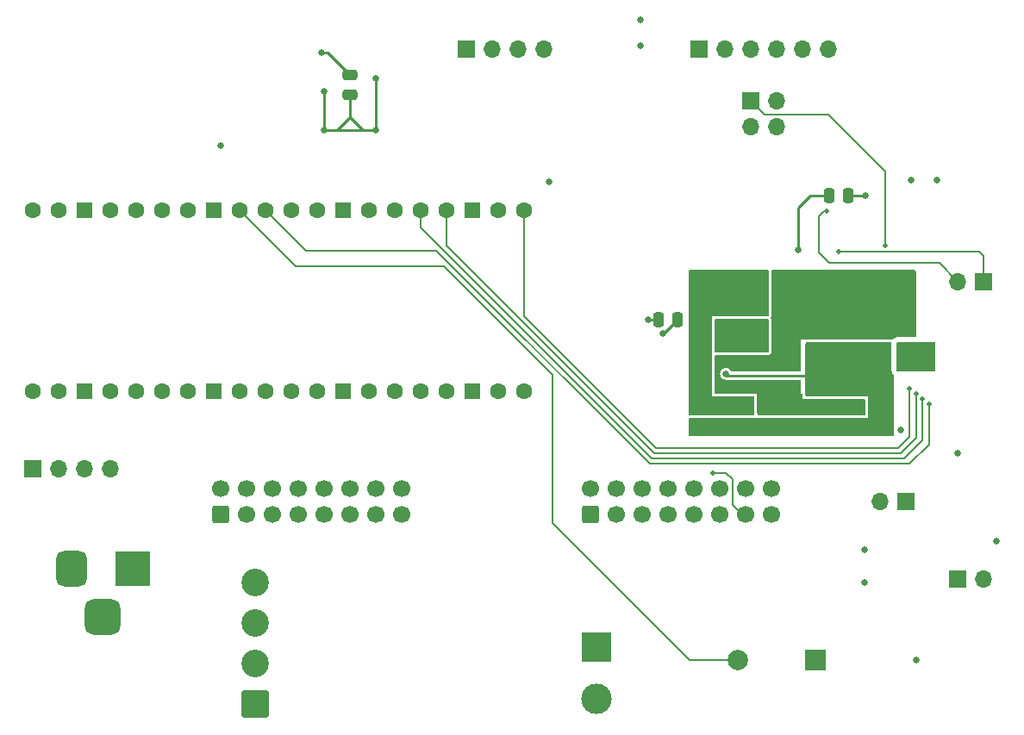
<source format=gbr>
%TF.GenerationSoftware,KiCad,Pcbnew,7.0.11-7.0.11~ubuntu20.04.1*%
%TF.CreationDate,2024-03-20T21:38:14+00:00*%
%TF.ProjectId,MDFPGA,4d444650-4741-42e6-9b69-6361645f7063,rev?*%
%TF.SameCoordinates,Original*%
%TF.FileFunction,Copper,L4,Bot*%
%TF.FilePolarity,Positive*%
%FSLAX46Y46*%
G04 Gerber Fmt 4.6, Leading zero omitted, Abs format (unit mm)*
G04 Created by KiCad (PCBNEW 7.0.11-7.0.11~ubuntu20.04.1) date 2024-03-20 21:38:14*
%MOMM*%
%LPD*%
G01*
G04 APERTURE LIST*
G04 Aperture macros list*
%AMRoundRect*
0 Rectangle with rounded corners*
0 $1 Rounding radius*
0 $2 $3 $4 $5 $6 $7 $8 $9 X,Y pos of 4 corners*
0 Add a 4 corners polygon primitive as box body*
4,1,4,$2,$3,$4,$5,$6,$7,$8,$9,$2,$3,0*
0 Add four circle primitives for the rounded corners*
1,1,$1+$1,$2,$3*
1,1,$1+$1,$4,$5*
1,1,$1+$1,$6,$7*
1,1,$1+$1,$8,$9*
0 Add four rect primitives between the rounded corners*
20,1,$1+$1,$2,$3,$4,$5,0*
20,1,$1+$1,$4,$5,$6,$7,0*
20,1,$1+$1,$6,$7,$8,$9,0*
20,1,$1+$1,$8,$9,$2,$3,0*%
G04 Aperture macros list end*
%TA.AperFunction,ComponentPad*%
%ADD10R,1.700000X1.700000*%
%TD*%
%TA.AperFunction,ComponentPad*%
%ADD11O,1.700000X1.700000*%
%TD*%
%TA.AperFunction,ComponentPad*%
%ADD12C,1.600000*%
%TD*%
%TA.AperFunction,ComponentPad*%
%ADD13RoundRect,0.200000X0.600000X-0.600000X0.600000X0.600000X-0.600000X0.600000X-0.600000X-0.600000X0*%
%TD*%
%TA.AperFunction,ComponentPad*%
%ADD14R,3.000000X3.000000*%
%TD*%
%TA.AperFunction,ComponentPad*%
%ADD15C,3.000000*%
%TD*%
%TA.AperFunction,ComponentPad*%
%ADD16R,2.000000X2.000000*%
%TD*%
%TA.AperFunction,ComponentPad*%
%ADD17C,2.000000*%
%TD*%
%TA.AperFunction,ComponentPad*%
%ADD18RoundRect,0.250000X0.600000X-0.600000X0.600000X0.600000X-0.600000X0.600000X-0.600000X-0.600000X0*%
%TD*%
%TA.AperFunction,ComponentPad*%
%ADD19C,1.700000*%
%TD*%
%TA.AperFunction,ComponentPad*%
%ADD20RoundRect,0.250001X1.099999X-1.099999X1.099999X1.099999X-1.099999X1.099999X-1.099999X-1.099999X0*%
%TD*%
%TA.AperFunction,ComponentPad*%
%ADD21C,2.700000*%
%TD*%
%TA.AperFunction,ComponentPad*%
%ADD22R,3.500000X3.500000*%
%TD*%
%TA.AperFunction,ComponentPad*%
%ADD23RoundRect,0.750000X-0.750000X-1.000000X0.750000X-1.000000X0.750000X1.000000X-0.750000X1.000000X0*%
%TD*%
%TA.AperFunction,ComponentPad*%
%ADD24RoundRect,0.875000X-0.875000X-0.875000X0.875000X-0.875000X0.875000X0.875000X-0.875000X0.875000X0*%
%TD*%
%TA.AperFunction,SMDPad,CuDef*%
%ADD25RoundRect,0.250000X-0.250000X-0.475000X0.250000X-0.475000X0.250000X0.475000X-0.250000X0.475000X0*%
%TD*%
%TA.AperFunction,SMDPad,CuDef*%
%ADD26RoundRect,0.250000X0.475000X-0.250000X0.475000X0.250000X-0.475000X0.250000X-0.475000X-0.250000X0*%
%TD*%
%TA.AperFunction,SMDPad,CuDef*%
%ADD27RoundRect,0.250000X-0.475000X0.250000X-0.475000X-0.250000X0.475000X-0.250000X0.475000X0.250000X0*%
%TD*%
%TA.AperFunction,SMDPad,CuDef*%
%ADD28RoundRect,0.250000X0.425000X-0.450000X0.425000X0.450000X-0.425000X0.450000X-0.425000X-0.450000X0*%
%TD*%
%TA.AperFunction,SMDPad,CuDef*%
%ADD29RoundRect,0.225000X0.225000X0.375000X-0.225000X0.375000X-0.225000X-0.375000X0.225000X-0.375000X0*%
%TD*%
%TA.AperFunction,SMDPad,CuDef*%
%ADD30RoundRect,0.250000X0.250000X0.475000X-0.250000X0.475000X-0.250000X-0.475000X0.250000X-0.475000X0*%
%TD*%
%TA.AperFunction,ViaPad*%
%ADD31C,0.635000*%
%TD*%
%TA.AperFunction,ViaPad*%
%ADD32C,0.508000*%
%TD*%
%TA.AperFunction,Conductor*%
%ADD33C,0.254000*%
%TD*%
%TA.AperFunction,Conductor*%
%ADD34C,0.190500*%
%TD*%
G04 APERTURE END LIST*
D10*
%TO.P,J11,1,Pin_1*%
%TO.N,Net-(D3-K)*%
X87630000Y-49530000D03*
D11*
%TO.P,J11,2,Pin_2*%
%TO.N,/FPGA/CDONE*%
X85090000Y-49530000D03*
%TD*%
D10*
%TO.P,J10,1,Pin_1*%
%TO.N,/FPGA/~{CRESET_B}*%
X92710000Y-57150000D03*
D11*
%TO.P,J10,2,Pin_2*%
%TO.N,GND*%
X95250000Y-57150000D03*
%TD*%
D12*
%TO.P,A1,1,GP0*%
%TO.N,/UART0_TX*%
X1905000Y-38735000D03*
%TO.P,A1,2,GP1*%
%TO.N,/UART0_RX*%
X4445000Y-38735000D03*
D13*
%TO.P,A1,3,GND*%
%TO.N,GND*%
X6985000Y-38735000D03*
D12*
%TO.P,A1,4,GP2*%
%TO.N,/RED1*%
X9525000Y-38735000D03*
%TO.P,A1,5,GP3*%
%TO.N,/GREEN1*%
X12065000Y-38735000D03*
%TO.P,A1,6,GP4*%
%TO.N,/BLUE1*%
X14605000Y-38735000D03*
%TO.P,A1,7,GP5*%
%TO.N,/RED2*%
X17145000Y-38735000D03*
D13*
%TO.P,A1,8,GND*%
%TO.N,GND*%
X19685000Y-38735000D03*
D12*
%TO.P,A1,9,GP6*%
%TO.N,/GREEN2*%
X22225000Y-38735000D03*
%TO.P,A1,10,GP7*%
%TO.N,/BLUE2*%
X24765000Y-38735000D03*
%TO.P,A1,11,GP8*%
%TO.N,/ADDRA*%
X27305000Y-38735000D03*
%TO.P,A1,12,GP9*%
%TO.N,/ADDRB*%
X29845000Y-38735000D03*
D13*
%TO.P,A1,13,GND*%
%TO.N,GND*%
X32385000Y-38735000D03*
D12*
%TO.P,A1,14,GP10*%
%TO.N,/ADDRC*%
X34925000Y-38735000D03*
%TO.P,A1,15,GP11*%
%TO.N,/ADDRD*%
X37465000Y-38735000D03*
%TO.P,A1,16,GP12*%
%TO.N,unconnected-(A1-GP12-Pad16)*%
X40005000Y-38693119D03*
%TO.P,A1,17,GP13*%
%TO.N,/CLK*%
X42545000Y-38735000D03*
D13*
%TO.P,A1,18,GND*%
%TO.N,GND*%
X45085000Y-38735000D03*
D12*
%TO.P,A1,19,GP14*%
%TO.N,/LATCH*%
X47625000Y-38735000D03*
%TO.P,A1,20,GP15*%
%TO.N,/OE*%
X50165000Y-38735000D03*
%TO.P,A1,21,GP16*%
%TO.N,CTRL_MISO*%
X50165000Y-20955000D03*
%TO.P,A1,22,GP17*%
%TO.N,~{CTRL_SS}*%
X47625000Y-20955000D03*
D13*
%TO.P,A1,23,GND*%
%TO.N,GND*%
X45085000Y-20955000D03*
D12*
%TO.P,A1,24,GP18*%
%TO.N,CTRL_CLK*%
X42545000Y-20955000D03*
%TO.P,A1,25,GP19*%
%TO.N,CTRL_MOSI*%
X40005000Y-20955000D03*
%TO.P,A1,26,GP20*%
%TO.N,/SDA*%
X37465000Y-20955000D03*
%TO.P,A1,27,GP21*%
%TO.N,/SCL*%
X34925000Y-20955000D03*
D13*
%TO.P,A1,28,GND*%
%TO.N,GND*%
X32385000Y-20955000D03*
D12*
%TO.P,A1,29,GP22*%
%TO.N,/RTCSQWAVE*%
X29845000Y-20955000D03*
%TO.P,A1,30,RUN*%
%TO.N,unconnected-(A1-RUN-Pad30)*%
X27305000Y-20955000D03*
%TO.P,A1,31,GP26*%
%TO.N,~{CTRL_RESET}*%
X24765000Y-20955000D03*
%TO.P,A1,32,GP27*%
%TO.N,/BUZZER*%
X22225000Y-20955000D03*
D13*
%TO.P,A1,33,AGND*%
%TO.N,GND*%
X19685000Y-20955000D03*
D12*
%TO.P,A1,34,GP28*%
%TO.N,unconnected-(A1-GP28-Pad34)*%
X17145000Y-20955000D03*
%TO.P,A1,35,ADC_VREF*%
%TO.N,unconnected-(A1-ADC_VREF-Pad35)*%
X14605000Y-20955000D03*
%TO.P,A1,36,3V3_OUT*%
%TO.N,+3V3*%
X12065000Y-20955000D03*
%TO.P,A1,37,3V3_EN*%
%TO.N,unconnected-(A1-3V3_EN-Pad37)*%
X9525000Y-20955000D03*
D13*
%TO.P,A1,38,GND*%
%TO.N,GND*%
X6985000Y-20955000D03*
D12*
%TO.P,A1,39,VSYS*%
%TO.N,unconnected-(A1-VSYS-Pad39)*%
X4445000Y-20955000D03*
%TO.P,A1,40,VBUS*%
%TO.N,+5V*%
X1905000Y-20955000D03*
%TD*%
D10*
%TO.P,J1,1,Pin_1*%
%TO.N,+3V3*%
X67310000Y-5080000D03*
D11*
%TO.P,J1,2,Pin_2*%
%TO.N,/FPGA/FLASH_MOSI*%
X69850000Y-5080000D03*
%TO.P,J1,3,Pin_3*%
%TO.N,/FPGA/FLASH_MISO*%
X72390000Y-5080000D03*
%TO.P,J1,4,Pin_4*%
%TO.N,/FPGA/ICE_SCK*%
X74930000Y-5080000D03*
%TO.P,J1,5,Pin_5*%
%TO.N,/FPGA/ICE_SS*%
X77470000Y-5080000D03*
%TO.P,J1,6,Pin_6*%
%TO.N,GND*%
X80010000Y-5080000D03*
%TD*%
D10*
%TO.P,J2,1,Pin_1*%
%TO.N,+3V3*%
X1905000Y-46355000D03*
D11*
%TO.P,J2,2,Pin_2*%
%TO.N,/UART0_TX*%
X4445000Y-46355000D03*
%TO.P,J2,3,Pin_3*%
%TO.N,/UART0_RX*%
X6985000Y-46355000D03*
%TO.P,J2,4,Pin_4*%
%TO.N,GND*%
X9525000Y-46355000D03*
%TD*%
D14*
%TO.P,J7,1,Pin_1*%
%TO.N,+5V*%
X57280000Y-63875000D03*
D15*
%TO.P,J7,2,Pin_2*%
%TO.N,GND*%
X57280000Y-68955000D03*
%TD*%
D16*
%TO.P,SP1,1,1*%
%TO.N,Net-(R6-Pad2)*%
X78730000Y-65145000D03*
D17*
%TO.P,SP1,2,2*%
%TO.N,/BUZZER*%
X71130000Y-65145000D03*
%TD*%
D10*
%TO.P,J9,1,Pin_1*%
%TO.N,/FPGA/ICE_SS*%
X95250000Y-27940000D03*
D11*
%TO.P,J9,2,Pin_2*%
%TO.N,Net-(J9-Pin_2)*%
X92710000Y-27940000D03*
%TD*%
D10*
%TO.P,J8,1,Pin_1*%
%TO.N,/FPGA/FLASH_MOSI*%
X72390000Y-10160000D03*
D11*
%TO.P,J8,2,Pin_2*%
%TO.N,/FPGA/ICE_MISO*%
X74930000Y-10160000D03*
%TO.P,J8,3,Pin_3*%
%TO.N,/FPGA/ICE_MOSI*%
X72390000Y-12700000D03*
%TO.P,J8,4,Pin_4*%
%TO.N,/FPGA/FLASH_MISO*%
X74930000Y-12700000D03*
%TD*%
D18*
%TO.P,J3,1,Pin_1*%
%TO.N,/RED1*%
X20320000Y-50800000D03*
D19*
%TO.P,J3,2,Pin_2*%
%TO.N,/GREEN1*%
X20320000Y-48260000D03*
%TO.P,J3,3,Pin_3*%
%TO.N,/BLUE1*%
X22860000Y-50800000D03*
%TO.P,J3,4,Pin_4*%
%TO.N,GND*%
X22860000Y-48260000D03*
%TO.P,J3,5,Pin_5*%
%TO.N,/RED2*%
X25400000Y-50800000D03*
%TO.P,J3,6,Pin_6*%
%TO.N,/GREEN2*%
X25400000Y-48260000D03*
%TO.P,J3,7,Pin_7*%
%TO.N,/BLUE2*%
X27940000Y-50800000D03*
%TO.P,J3,8,Pin_8*%
%TO.N,GND*%
X27940000Y-48260000D03*
%TO.P,J3,9,Pin_9*%
%TO.N,/ADDRA*%
X30480000Y-50800000D03*
%TO.P,J3,10,Pin_10*%
%TO.N,/ADDRB*%
X30480000Y-48260000D03*
%TO.P,J3,11,Pin_11*%
%TO.N,/ADDRC*%
X33020000Y-50800000D03*
%TO.P,J3,12,Pin_12*%
%TO.N,/ADDRD*%
X33020000Y-48260000D03*
%TO.P,J3,13,Pin_13*%
%TO.N,/CLK*%
X35560000Y-50800000D03*
%TO.P,J3,14,Pin_14*%
%TO.N,/LATCH*%
X35560000Y-48260000D03*
%TO.P,J3,15,Pin_15*%
%TO.N,/OE*%
X38100000Y-50800000D03*
%TO.P,J3,16,Pin_16*%
%TO.N,GND*%
X38100000Y-48260000D03*
%TD*%
D10*
%TO.P,J5,1,Pin_1*%
%TO.N,+3V3*%
X44450000Y-5080000D03*
D11*
%TO.P,J5,2,Pin_2*%
%TO.N,/SCL*%
X46990000Y-5080000D03*
%TO.P,J5,3,Pin_3*%
%TO.N,/SDA*%
X49530000Y-5080000D03*
%TO.P,J5,4,Pin_4*%
%TO.N,GND*%
X52070000Y-5080000D03*
%TD*%
D20*
%TO.P,J4,1,Pin_1*%
%TO.N,+5V*%
X23705000Y-69440000D03*
D21*
%TO.P,J4,2,Pin_2*%
X23705000Y-65480000D03*
%TO.P,J4,3,Pin_3*%
%TO.N,GND*%
X23705000Y-61520000D03*
%TO.P,J4,4,Pin_4*%
X23705000Y-57560000D03*
%TD*%
D22*
%TO.P,CON1,1*%
%TO.N,+5V*%
X11715000Y-56192500D03*
D23*
%TO.P,CON1,2*%
%TO.N,GND*%
X5715000Y-56192500D03*
D24*
%TO.P,CON1,3*%
X8715000Y-60892500D03*
%TD*%
D18*
%TO.P,J6,1,Pin_1*%
%TO.N,/FPGA/RED1*%
X56645000Y-50800000D03*
D19*
%TO.P,J6,2,Pin_2*%
%TO.N,/FPGA/GREEN1*%
X56645000Y-48260000D03*
%TO.P,J6,3,Pin_3*%
%TO.N,/FPGA/BLUE1*%
X59185000Y-50800000D03*
%TO.P,J6,4,Pin_4*%
%TO.N,GND*%
X59185000Y-48260000D03*
%TO.P,J6,5,Pin_5*%
%TO.N,/FPGA/RED2*%
X61725000Y-50800000D03*
%TO.P,J6,6,Pin_6*%
%TO.N,/FPGA/GREEN2*%
X61725000Y-48260000D03*
%TO.P,J6,7,Pin_7*%
%TO.N,/FPGA/BLUE2*%
X64265000Y-50800000D03*
%TO.P,J6,8,Pin_8*%
%TO.N,GND*%
X64265000Y-48260000D03*
%TO.P,J6,9,Pin_9*%
%TO.N,/FPGA/ADDRA*%
X66805000Y-50800000D03*
%TO.P,J6,10,Pin_10*%
%TO.N,/FPGA/ADDRB*%
X66805000Y-48260000D03*
%TO.P,J6,11,Pin_11*%
%TO.N,/FPGA/ADDRC*%
X69345000Y-50800000D03*
%TO.P,J6,12,Pin_12*%
%TO.N,/FPGA/ADDRD*%
X69345000Y-48260000D03*
%TO.P,J6,13,Pin_13*%
%TO.N,/FPGA/CLK*%
X71885000Y-50800000D03*
%TO.P,J6,14,Pin_14*%
%TO.N,/FPGA/LATCH*%
X71885000Y-48260000D03*
%TO.P,J6,15,Pin_15*%
%TO.N,/FPGA/OE*%
X74425000Y-50800000D03*
%TO.P,J6,16,Pin_16*%
%TO.N,GND*%
X74425000Y-48260000D03*
%TD*%
D25*
%TO.P,C13,1*%
%TO.N,+3V3*%
X73348000Y-27807000D03*
%TO.P,C13,2*%
%TO.N,GND*%
X75248000Y-27807000D03*
%TD*%
D26*
%TO.P,C6,1*%
%TO.N,+1V2*%
X81156000Y-34665000D03*
%TO.P,C6,2*%
%TO.N,GND*%
X81156000Y-32765000D03*
%TD*%
D27*
%TO.P,C12,1*%
%TO.N,/FPGA/VPP_2V5*%
X72266000Y-34096000D03*
%TO.P,C12,2*%
%TO.N,GND*%
X72266000Y-35996000D03*
%TD*%
D26*
%TO.P,C15,1*%
%TO.N,+3V3*%
X72012000Y-40060000D03*
%TO.P,C15,2*%
%TO.N,GND*%
X72012000Y-38160000D03*
%TD*%
%TO.P,C11,1*%
%TO.N,+1V2*%
X79124000Y-34660000D03*
%TO.P,C11,2*%
%TO.N,GND*%
X79124000Y-32760000D03*
%TD*%
D25*
%TO.P,C8,1*%
%TO.N,+3V3*%
X73348000Y-29839000D03*
%TO.P,C8,2*%
%TO.N,GND*%
X75248000Y-29839000D03*
%TD*%
D26*
%TO.P,C9,1*%
%TO.N,+1V2*%
X76203000Y-42158000D03*
%TO.P,C9,2*%
%TO.N,GND*%
X76203000Y-40258000D03*
%TD*%
D28*
%TO.P,C3,1*%
%TO.N,+3V3*%
X87760000Y-34872000D03*
%TO.P,C3,2*%
%TO.N,GND*%
X87760000Y-32172000D03*
%TD*%
D27*
%TO.P,C1,1*%
%TO.N,+3V3*%
X33020000Y-7686000D03*
%TO.P,C1,2*%
%TO.N,GND*%
X33020000Y-9586000D03*
%TD*%
D26*
%TO.P,C10,1*%
%TO.N,+1V2*%
X74171000Y-42158000D03*
%TO.P,C10,2*%
%TO.N,GND*%
X74171000Y-40258000D03*
%TD*%
D25*
%TO.P,C2,1*%
%TO.N,+3V3*%
X63315000Y-31744000D03*
%TO.P,C2,2*%
%TO.N,GND*%
X65215000Y-31744000D03*
%TD*%
D28*
%TO.P,C5,1*%
%TO.N,+1V2*%
X85220000Y-34872000D03*
%TO.P,C5,2*%
%TO.N,GND*%
X85220000Y-32172000D03*
%TD*%
D27*
%TO.P,C17,1*%
%TO.N,+1V2*%
X82426000Y-38414000D03*
%TO.P,C17,2*%
%TO.N,GND*%
X82426000Y-40314000D03*
%TD*%
D29*
%TO.P,D4,1,K*%
%TO.N,/FPGA/VPP_2V5*%
X70487000Y-32760000D03*
%TO.P,D4,2,A*%
%TO.N,+3V3*%
X67187000Y-32760000D03*
%TD*%
D26*
%TO.P,C14,1*%
%TO.N,+3V3*%
X69980000Y-40060000D03*
%TO.P,C14,2*%
%TO.N,GND*%
X69980000Y-38160000D03*
%TD*%
D30*
%TO.P,C7,1*%
%TO.N,+3V3*%
X81979000Y-19552000D03*
%TO.P,C7,2*%
%TO.N,GND*%
X80079000Y-19552000D03*
%TD*%
D26*
%TO.P,C4,1*%
%TO.N,+1V2*%
X83188000Y-34660000D03*
%TO.P,C4,2*%
%TO.N,GND*%
X83188000Y-32760000D03*
%TD*%
D27*
%TO.P,C16,1*%
%TO.N,+1V2*%
X80267000Y-38348000D03*
%TO.P,C16,2*%
%TO.N,GND*%
X80267000Y-40248000D03*
%TD*%
D31*
%TO.N,GND*%
X35560000Y-8001000D03*
X76965000Y-38475000D03*
X85220000Y-27807000D03*
X82680000Y-29077000D03*
X20320000Y-14605000D03*
X75695000Y-38475000D03*
X74425000Y-38475000D03*
X80140000Y-29077000D03*
X76965000Y-35935000D03*
X35560000Y-13081000D03*
X52578000Y-18161000D03*
X81410000Y-27807000D03*
X74425000Y-35935000D03*
X86490000Y-29077000D03*
X63757000Y-33098000D03*
X78870000Y-27807000D03*
X30480000Y-9271000D03*
X30480000Y-13081000D03*
X81410000Y-29077000D03*
X77092000Y-24886000D03*
X77600000Y-29077000D03*
X78870000Y-29077000D03*
X87760000Y-27807000D03*
X83950000Y-29077000D03*
X75568000Y-30982000D03*
X92710000Y-44828000D03*
X85220000Y-29077000D03*
X80140000Y-27807000D03*
X86490000Y-27807000D03*
X87760000Y-29077000D03*
X88635000Y-65145000D03*
X82680000Y-27807000D03*
X77600000Y-27807000D03*
X83950000Y-27807000D03*
X83592500Y-57525000D03*
X75695000Y-35935000D03*
%TO.N,+3V3*%
X90046000Y-35300000D03*
X62360000Y-31744000D03*
X68710000Y-40380000D03*
X89030000Y-35300000D03*
X88268000Y-36062000D03*
X67186000Y-33903000D03*
X70869000Y-30220000D03*
X96520000Y-53437500D03*
X68202000Y-31871000D03*
X90681000Y-18028000D03*
X30226000Y-5461000D03*
X67821000Y-30220000D03*
X70869000Y-27807000D03*
X61595000Y-2280000D03*
X90046000Y-36316000D03*
X69345000Y-27807000D03*
X67821000Y-27807000D03*
X89030000Y-36316000D03*
X87122000Y-42545000D03*
X83696000Y-19552000D03*
X73409000Y-30728000D03*
X66805000Y-39618000D03*
X88141000Y-18004500D03*
X61595000Y-4820000D03*
X87125000Y-36062000D03*
X83592500Y-54350000D03*
X69345000Y-30220000D03*
D32*
%TO.N,CTRL_MOSI*%
X89281000Y-39497000D03*
%TO.N,CTRL_MISO*%
X88011000Y-38481000D03*
%TO.N,CTRL_CLK*%
X88646000Y-38989000D03*
D31*
%TO.N,+1V2*%
X84204000Y-34284000D03*
X83947000Y-35433000D03*
X66678000Y-42412000D03*
X81156000Y-38602000D03*
X86106000Y-37338000D03*
X69974500Y-37020000D03*
D32*
%TO.N,/FPGA/VPP_2V5*%
X71377000Y-33014000D03*
%TO.N,/FPGA/FLASH_MOSI*%
X85598000Y-24384000D03*
%TO.N,/FPGA/CLK*%
X68710000Y-46736000D03*
%TO.N,~{CTRL_RESET}*%
X89916000Y-40005000D03*
%TO.N,/FPGA/ICE_SS*%
X81029000Y-25013000D03*
%TO.N,Net-(J9-Pin_2)*%
X79886000Y-21076000D03*
%TD*%
D33*
%TO.N,GND*%
X33020000Y-9586000D02*
X33020000Y-11811000D01*
X71880000Y-36565000D02*
X71885000Y-36570000D01*
X31750000Y-13081000D02*
X30480000Y-13081000D01*
X77092000Y-24886000D02*
X77092000Y-20695000D01*
X30480000Y-13081000D02*
X30480000Y-9271000D01*
X63861000Y-33098000D02*
X65215000Y-31744000D01*
X79510000Y-32765000D02*
X79505000Y-32760000D01*
X33020000Y-11811000D02*
X31750000Y-13081000D01*
X35560000Y-8001000D02*
X35560000Y-13081000D01*
X30480000Y-13081000D02*
X35560000Y-13081000D01*
X34290000Y-13081000D02*
X35560000Y-13081000D01*
X84585000Y-31965000D02*
X85220000Y-31965000D01*
X83785000Y-32765000D02*
X84585000Y-31965000D01*
X33020000Y-11811000D02*
X34290000Y-13081000D01*
X78235000Y-19552000D02*
X80079000Y-19552000D01*
X63757000Y-33098000D02*
X63861000Y-33098000D01*
X77092000Y-20695000D02*
X78235000Y-19552000D01*
D34*
%TO.N,/BUZZER*%
X52959000Y-51689000D02*
X52959000Y-37084000D01*
X52959000Y-37084000D02*
X42291000Y-26416000D01*
X27686000Y-26416000D02*
X22225000Y-20955000D01*
X71120000Y-65145000D02*
X66415000Y-65145000D01*
X42291000Y-26416000D02*
X27686000Y-26416000D01*
X66415000Y-65145000D02*
X52959000Y-51689000D01*
D33*
%TO.N,+3V3*%
X88014000Y-35173000D02*
X88014000Y-34919000D01*
X87705000Y-34745000D02*
X87760000Y-34745000D01*
X87760000Y-35427000D02*
X87760000Y-34618000D01*
X62360000Y-31744000D02*
X62995000Y-31744000D01*
X83696000Y-19552000D02*
X81979000Y-19552000D01*
X30226000Y-5461000D02*
X30861000Y-5461000D01*
X30861000Y-5461000D02*
X33020000Y-7620000D01*
D34*
%TO.N,CTRL_MOSI*%
X62674500Y-45339000D02*
X40005000Y-22669500D01*
X89281000Y-39497000D02*
X89281000Y-43561000D01*
X87503000Y-45339000D02*
X62674500Y-45339000D01*
X89281000Y-43561000D02*
X87503000Y-45339000D01*
X40005000Y-22669500D02*
X40005000Y-20955000D01*
%TO.N,CTRL_MISO*%
X86868000Y-44323000D02*
X63119000Y-44323000D01*
X63119000Y-44323000D02*
X50165000Y-31369000D01*
X88011000Y-43180000D02*
X86868000Y-44323000D01*
X50165000Y-31369000D02*
X50165000Y-21082000D01*
X88011000Y-38481000D02*
X88011000Y-43180000D01*
%TO.N,CTRL_CLK*%
X88646000Y-38989000D02*
X88646000Y-43307000D01*
X87122000Y-44831000D02*
X62928500Y-44831000D01*
X62928500Y-44831000D02*
X42545000Y-24447500D01*
X42545000Y-24447500D02*
X42545000Y-21082000D01*
X88646000Y-43307000D02*
X87122000Y-44831000D01*
D33*
%TO.N,+1V2*%
X70159500Y-37205000D02*
X78743000Y-37205000D01*
X69974500Y-37020000D02*
X70159500Y-37205000D01*
X81730000Y-34345000D02*
X81410000Y-34665000D01*
X81410000Y-34665000D02*
X81405000Y-34660000D01*
D34*
%TO.N,/FPGA/FLASH_MOSI*%
X80010000Y-11557000D02*
X73787000Y-11557000D01*
X73787000Y-11557000D02*
X72390000Y-10160000D01*
X85598000Y-24384000D02*
X85598000Y-17145000D01*
X85598000Y-17145000D02*
X80010000Y-11557000D01*
%TO.N,/FPGA/CLK*%
X70615000Y-49905000D02*
X70615000Y-47374000D01*
X71885000Y-51175000D02*
X70615000Y-49905000D01*
X69977000Y-46736000D02*
X68710000Y-46736000D01*
X70615000Y-47374000D02*
X69977000Y-46736000D01*
%TO.N,~{CTRL_RESET}*%
X28702000Y-24892000D02*
X24765000Y-20955000D01*
X89916000Y-43942000D02*
X88011000Y-45847000D01*
X88011000Y-45847000D02*
X62484000Y-45847000D01*
X41529000Y-24892000D02*
X28702000Y-24892000D01*
X89916000Y-40005000D02*
X89916000Y-43942000D01*
X62484000Y-45847000D02*
X41529000Y-24892000D01*
%TO.N,/FPGA/ICE_SS*%
X81029000Y-25013000D02*
X94863000Y-25013000D01*
X95250000Y-25400000D02*
X95250000Y-27940000D01*
X94863000Y-25013000D02*
X95250000Y-25400000D01*
%TO.N,Net-(J9-Pin_2)*%
X79124000Y-25140000D02*
X80140000Y-26156000D01*
X79632000Y-21076000D02*
X79124000Y-21584000D01*
X79886000Y-21076000D02*
X79632000Y-21076000D01*
X79124000Y-21584000D02*
X79124000Y-25140000D01*
X90926000Y-26156000D02*
X92710000Y-27940000D01*
X80140000Y-26156000D02*
X90926000Y-26156000D01*
%TD*%
%TA.AperFunction,Conductor*%
%TO.N,+3V3*%
G36*
X68583000Y-31363000D02*
G01*
X68583000Y-31699377D01*
X68581738Y-31717023D01*
X68577500Y-31746498D01*
X68577500Y-34795007D01*
X68582289Y-34839541D01*
X68583000Y-34852797D01*
X68583000Y-39237000D01*
X72650000Y-39237000D01*
X72717039Y-39256685D01*
X72762794Y-39309489D01*
X72774000Y-39361000D01*
X72774000Y-41012500D01*
X72754315Y-41079539D01*
X72701511Y-41125294D01*
X72650000Y-41136500D01*
X66421000Y-41136500D01*
X66353961Y-41116815D01*
X66308206Y-41064011D01*
X66297000Y-41012500D01*
X66297000Y-26915000D01*
X66316685Y-26847961D01*
X66369489Y-26802206D01*
X66421000Y-26791000D01*
X68583000Y-26791000D01*
X68583000Y-31363000D01*
G37*
%TD.AperFunction*%
%TD*%
%TA.AperFunction,Conductor*%
%TO.N,+1V2*%
G36*
X83950000Y-43174000D02*
G01*
X66421000Y-43174000D01*
X66353961Y-43154315D01*
X66308206Y-43101511D01*
X66297000Y-43050000D01*
X66297000Y-41520000D01*
X66316685Y-41452961D01*
X66369489Y-41407206D01*
X66421000Y-41396000D01*
X83950000Y-41396000D01*
X83950000Y-43174000D01*
G37*
%TD.AperFunction*%
%TD*%
%TA.AperFunction,Conductor*%
%TO.N,+3V3*%
G36*
X74114039Y-26810685D02*
G01*
X74159794Y-26863489D01*
X74171000Y-26915000D01*
X74171000Y-31239000D01*
X74151315Y-31306039D01*
X74098511Y-31351794D01*
X74047000Y-31363000D01*
X68583000Y-31363000D01*
X68583000Y-26791000D01*
X74047000Y-26791000D01*
X74114039Y-26810685D01*
G37*
%TD.AperFunction*%
%TD*%
%TA.AperFunction,Conductor*%
%TO.N,GND*%
G36*
X77450499Y-39021631D02*
G01*
X77472920Y-39088994D01*
X77473000Y-39093492D01*
X77473000Y-39491000D01*
X83429589Y-39491000D01*
X83454170Y-39493421D01*
X83480458Y-39498649D01*
X83514621Y-39505445D01*
X83560037Y-39524257D01*
X83600768Y-39551472D01*
X83635527Y-39586231D01*
X83662741Y-39626959D01*
X83681554Y-39672378D01*
X83693579Y-39732829D01*
X83696000Y-39757411D01*
X83696000Y-40875588D01*
X83693579Y-40900170D01*
X83681554Y-40960621D01*
X83662741Y-41006040D01*
X83635530Y-41046765D01*
X83600765Y-41081530D01*
X83560040Y-41108741D01*
X83514623Y-41127553D01*
X83481823Y-41134078D01*
X83457239Y-41136500D01*
X73266761Y-41136500D01*
X73242180Y-41134079D01*
X73222590Y-41130182D01*
X73209377Y-41127554D01*
X73163959Y-41108741D01*
X73123231Y-41081527D01*
X73088472Y-41046768D01*
X73061257Y-41006037D01*
X73042445Y-40960619D01*
X73035921Y-40927819D01*
X73033500Y-40903239D01*
X73033500Y-39361004D01*
X73033499Y-39360992D01*
X73028722Y-39316560D01*
X73028000Y-39303090D01*
X73028000Y-39236999D01*
X73028000Y-38983000D01*
X77402560Y-38983000D01*
X77450499Y-39021631D01*
G37*
%TD.AperFunction*%
%TD*%
%TA.AperFunction,Conductor*%
%TO.N,/FPGA/VPP_2V5*%
G36*
X74114039Y-31642185D02*
G01*
X74159794Y-31694989D01*
X74171000Y-31746500D01*
X74171000Y-34795000D01*
X74151315Y-34862039D01*
X74098511Y-34907794D01*
X74047000Y-34919000D01*
X68961000Y-34919000D01*
X68893961Y-34899315D01*
X68848206Y-34846511D01*
X68837000Y-34795000D01*
X68837000Y-31746500D01*
X68856685Y-31679461D01*
X68909489Y-31633706D01*
X68961000Y-31622500D01*
X74047000Y-31622500D01*
X74114039Y-31642185D01*
G37*
%TD.AperFunction*%
%TD*%
%TA.AperFunction,Conductor*%
%TO.N,+1V2*%
G36*
X86180621Y-33928502D02*
G01*
X86227114Y-33982158D01*
X86238500Y-34034500D01*
X86238500Y-36700007D01*
X86250053Y-36807457D01*
X86250055Y-36807470D01*
X86261258Y-36858964D01*
X86261262Y-36858978D01*
X86295385Y-36961501D01*
X86373176Y-37082545D01*
X86373177Y-37082547D01*
X86418926Y-37135343D01*
X86418928Y-37135344D01*
X86418930Y-37135347D01*
X86434767Y-37149070D01*
X86446513Y-37159248D01*
X86484896Y-37218974D01*
X86490000Y-37254472D01*
X86490000Y-42907588D01*
X86487579Y-42932170D01*
X86475554Y-42992621D01*
X86456741Y-43038040D01*
X86429530Y-43078765D01*
X86394765Y-43113530D01*
X86354040Y-43140741D01*
X86308622Y-43159554D01*
X86270376Y-43167162D01*
X86248169Y-43171579D01*
X86223589Y-43174000D01*
X83950000Y-43174000D01*
X83950000Y-40947236D01*
X83951364Y-40928745D01*
X83951386Y-40928595D01*
X83951830Y-40925604D01*
X83954251Y-40901022D01*
X83955500Y-40875588D01*
X83955500Y-39757411D01*
X83954251Y-39731977D01*
X83951830Y-39707395D01*
X83951830Y-39707393D01*
X83951364Y-39704250D01*
X83950000Y-39685763D01*
X83950000Y-39490999D01*
X83950000Y-39237000D01*
X83696003Y-39237000D01*
X83501229Y-39237000D01*
X83482755Y-39235638D01*
X83479605Y-39235171D01*
X83479585Y-39235168D01*
X83455050Y-39232752D01*
X83455024Y-39232750D01*
X83429590Y-39231500D01*
X83429589Y-39231500D01*
X77965761Y-39231500D01*
X77941180Y-39229079D01*
X77921590Y-39225182D01*
X77908377Y-39222554D01*
X77862959Y-39203741D01*
X77822231Y-39176527D01*
X77787472Y-39141768D01*
X77760257Y-39101037D01*
X77741445Y-39055619D01*
X77729421Y-38995168D01*
X77727000Y-38970588D01*
X77727000Y-34169411D01*
X77729421Y-34144831D01*
X77741445Y-34084380D01*
X77760256Y-34038963D01*
X77787474Y-33998228D01*
X77822228Y-33963474D01*
X77862963Y-33936256D01*
X77908381Y-33917445D01*
X77941182Y-33910921D01*
X77965761Y-33908500D01*
X86112500Y-33908500D01*
X86180621Y-33928502D01*
G37*
%TD.AperFunction*%
%TD*%
%TA.AperFunction,Conductor*%
%TO.N,+3V3*%
G36*
X90497039Y-33922685D02*
G01*
X90542794Y-33975489D01*
X90554000Y-34027000D01*
X90554000Y-36700000D01*
X90534315Y-36767039D01*
X90481511Y-36812794D01*
X90430000Y-36824000D01*
X86868000Y-36824000D01*
X86800961Y-36804315D01*
X86755206Y-36751511D01*
X86744000Y-36700000D01*
X86744000Y-34027000D01*
X86763685Y-33959961D01*
X86816489Y-33914206D01*
X86868000Y-33903000D01*
X90430000Y-33903000D01*
X90497039Y-33922685D01*
G37*
%TD.AperFunction*%
%TD*%
%TA.AperFunction,Conductor*%
%TO.N,GND*%
G36*
X88407170Y-26793421D02*
G01*
X88433458Y-26798649D01*
X88467621Y-26805445D01*
X88513037Y-26824257D01*
X88553768Y-26851472D01*
X88588527Y-26886231D01*
X88615741Y-26926959D01*
X88634554Y-26972378D01*
X88646579Y-27032829D01*
X88649000Y-27057411D01*
X88649000Y-33271500D01*
X88628998Y-33339621D01*
X88575342Y-33386114D01*
X88523000Y-33397500D01*
X86867992Y-33397500D01*
X86760542Y-33409053D01*
X86760529Y-33409055D01*
X86709035Y-33420258D01*
X86709021Y-33420262D01*
X86606498Y-33454385D01*
X86485454Y-33532176D01*
X86485452Y-33532177D01*
X86432656Y-33577926D01*
X86408752Y-33605513D01*
X86349026Y-33643896D01*
X86313528Y-33649000D01*
X83950000Y-33649000D01*
X77346000Y-33649000D01*
X77346000Y-33902996D01*
X77346000Y-36697500D01*
X77325998Y-36765621D01*
X77272342Y-36812114D01*
X77220000Y-36823500D01*
X70596426Y-36823500D01*
X70528305Y-36803498D01*
X70481812Y-36749842D01*
X70480016Y-36745716D01*
X70474141Y-36731533D01*
X70474141Y-36731532D01*
X70448027Y-36697500D01*
X70382455Y-36612044D01*
X70262974Y-36520363D01*
X70262966Y-36520358D01*
X70123820Y-36462722D01*
X69974500Y-36443064D01*
X69825179Y-36462722D01*
X69686033Y-36520358D01*
X69686025Y-36520363D01*
X69566544Y-36612044D01*
X69474863Y-36731525D01*
X69474858Y-36731533D01*
X69417222Y-36870679D01*
X69397564Y-37019999D01*
X69397564Y-37020000D01*
X69417222Y-37169320D01*
X69474858Y-37308466D01*
X69474863Y-37308474D01*
X69566544Y-37427955D01*
X69643913Y-37487322D01*
X69686032Y-37519641D01*
X69825178Y-37577277D01*
X69974500Y-37596936D01*
X70058648Y-37585857D01*
X70095838Y-37586499D01*
X70095839Y-37586500D01*
X70095841Y-37586500D01*
X70103727Y-37587816D01*
X70111658Y-37588805D01*
X70111658Y-37588804D01*
X70111659Y-37588805D01*
X70164784Y-37586607D01*
X70169990Y-37586500D01*
X77220000Y-37586500D01*
X77288121Y-37606502D01*
X77334614Y-37660158D01*
X77346000Y-37712500D01*
X77346000Y-38983000D01*
X72697262Y-38983000D01*
X72679330Y-38981717D01*
X72674091Y-38980963D01*
X72650003Y-38977500D01*
X72650000Y-38977500D01*
X68968500Y-38977500D01*
X68900379Y-38957498D01*
X68853886Y-38903842D01*
X68842500Y-38851500D01*
X68842500Y-35304500D01*
X68862502Y-35236379D01*
X68916158Y-35189886D01*
X68968500Y-35178500D01*
X74046995Y-35178500D01*
X74047000Y-35178500D01*
X74098154Y-35173000D01*
X74298000Y-35173000D01*
X74298000Y-35078304D01*
X74321252Y-35058156D01*
X74353371Y-35024869D01*
X74400303Y-34935151D01*
X74419988Y-34868112D01*
X74430500Y-34795000D01*
X74430500Y-31746500D01*
X74424569Y-31691337D01*
X74413363Y-31639826D01*
X74406014Y-31613039D01*
X74373313Y-31555612D01*
X74356987Y-31486522D01*
X74371158Y-31434865D01*
X74400303Y-31379151D01*
X74419988Y-31312112D01*
X74430500Y-31239000D01*
X74430500Y-26918573D01*
X74450502Y-26850452D01*
X74504158Y-26803959D01*
X74531922Y-26794993D01*
X74539839Y-26793418D01*
X74564411Y-26791000D01*
X88382589Y-26791000D01*
X88407170Y-26793421D01*
G37*
%TD.AperFunction*%
%TD*%
M02*

</source>
